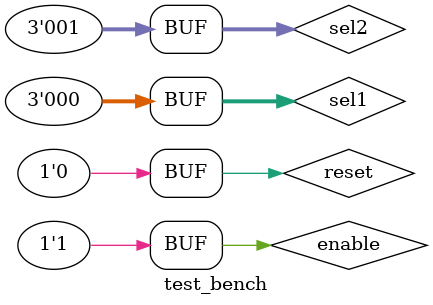
<source format=v>
`timescale 1ns / 1ps
module test_bench;

	// Inputs
	reg [2:0] sel1;
	reg [2:0] sel2;
	reg enable;
	reg reset;

	// Outputs
	wire m1out;
	wire m2out;
	wire [7:0] count;
	wire [7:0] count_1;
	wire [7:0] count_2;

	// Instantiate the Unit Under Test (UUT)
	top_module uut (
		.sel1(sel1), 
		.sel2(sel2), 
		.enable(enable), 
		.reset(reset), 
		.m1out(m1out), 
		.m2out(m2out), 
		.count(count), 
		.count_1(count_1), 
		.count_2(count_2)
	);

	initial begin
		// Initialize Inputs
		sel1 = 0;
		sel2 = 0;
		enable = 0;
		reset = 1;

		// Wait 100 ns for global reset to finish
		#10;
      sel1 = 3'b000;
		sel2 = 3'b001;
		enable =1;
		reset = 0;
		// Add stimulus here

	end


endmodule

</source>
